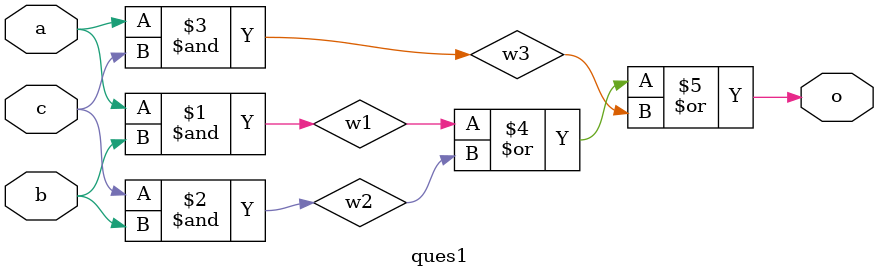
<source format=v>
`timescale 1ns / 1ps
module ques1(
    input a,
    input b,
    input c,
    output o
    );
wire w1,w2,w3;
and(w1,a,b);
and(w2,c,b);
and(w3,a,c);
or(o,w1,w2,w3);

endmodule

</source>
